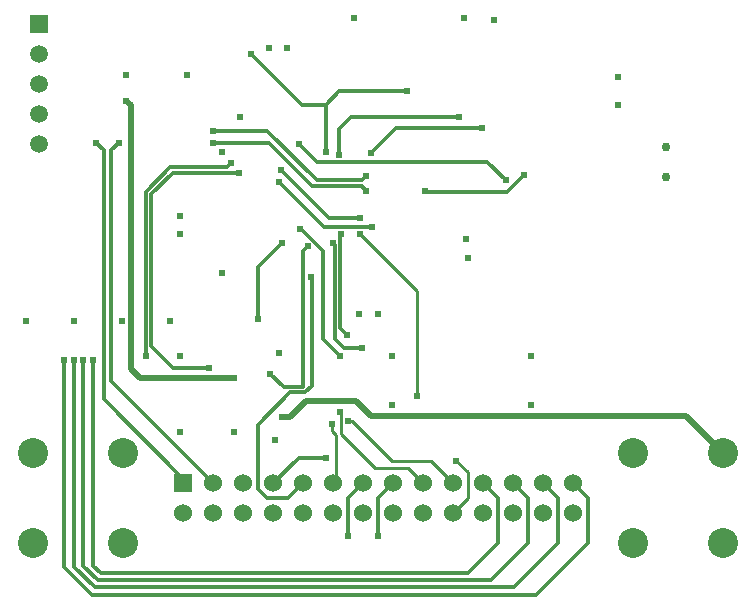
<source format=gbl>
%FSTAX23Y23*%
%MOIN*%
%SFA1B1*%

%IPPOS*%
%ADD26C,0.012000*%
%ADD27C,0.020000*%
%ADD29C,0.010000*%
%ADD31R,0.060000X0.060000*%
%ADD32C,0.060000*%
%ADD33C,0.100000*%
%ADD34R,0.059060X0.059060*%
%ADD35C,0.059060*%
%ADD36C,0.024000*%
%ADD37C,0.030000*%
%LNbot-1*%
%LPD*%
G54D26*
X01026Y01086D02*
X0103Y01082D01*
Y00724D02*
Y01082D01*
X01007Y00702D02*
X0103Y00724D01*
X00957Y00702D02*
X01007D01*
X0085Y00595D02*
X00957Y00702D01*
X0085Y0038D02*
Y00595D01*
Y0038D02*
X0088Y0035D01*
X0095*
X01Y004*
Y01174D02*
X01015Y0119D01*
X01Y0072D02*
Y01174D01*
X00935Y0072D02*
X01D01*
X0089Y00765D02*
X00935Y0072D01*
X00991Y01246D02*
X00993D01*
X01065Y01175*
X01614Y0147D02*
X01675Y01409D01*
X01405Y01375D02*
X0141Y0137D01*
X0168*
X01737Y01427*
X0125Y0035D02*
X013Y004D01*
X0125Y00225D02*
Y0035D01*
X0115D02*
X012Y004D01*
X0115Y00225D02*
Y0035D01*
X0036Y0074D02*
X007Y004D01*
X00336Y00679D02*
X006Y00415D01*
Y004D02*
Y00415D01*
X00985Y00485D02*
X01075D01*
X009Y004D02*
X00985Y00485D01*
X00204Y00119D02*
Y0081D01*
X00236Y00121D02*
Y0081D01*
X00268Y00123D02*
X00315Y00076D01*
X003Y00125D02*
X00325Y001D01*
X003Y00125D02*
Y0081D01*
X00268Y00123D02*
Y0081D01*
X016Y004D02*
X0165Y0035D01*
Y002D02*
Y0035D01*
X017Y004D02*
X0175Y0035D01*
Y002D02*
Y0035D01*
X019Y004D02*
X0195Y0035D01*
Y002D02*
Y0035D01*
X018Y004D02*
X0185Y0035D01*
Y002D02*
Y0035D01*
X00204Y00119D02*
X00295Y00028D01*
X00236Y00121D02*
X00305Y00052D01*
X01702*
X00315Y00076D02*
X01626D01*
X00295Y00028D02*
X01778D01*
X0195Y002*
X01702Y00052D02*
X0185Y002D01*
X01626Y00076D02*
X0175Y002D01*
X00325Y001D02*
X0155D01*
X0165Y002*
X0085Y0112D02*
X0093Y012D01*
X0085Y00946D02*
Y0112D01*
X00493Y00857D02*
Y01363D01*
X00565Y01435*
X00475Y00825D02*
Y0137D01*
X00557Y01453*
X00745*
X00493Y00857D02*
X00565Y00785D01*
X00685*
X00565Y01435D02*
D01*
X00785*
X00745Y01453D02*
X0076Y01468D01*
X00336Y00679D02*
Y0151D01*
X00311Y01535D02*
X00336Y0151D01*
X0036Y0074D02*
Y0151D01*
X00385Y01535*
X01195Y0141D02*
X0121Y01425D01*
X01195Y0139D02*
X0121Y01375D01*
X01225Y015D02*
X0131Y01585D01*
X01124Y00916D02*
Y01229D01*
X01125Y0123*
X011Y012D02*
X01106Y01194D01*
Y00879D02*
Y01194D01*
X01124Y00916D02*
X01145Y00895D01*
X01106Y00879D02*
X01135Y0085D01*
X01195*
X01065Y0088D02*
Y01175D01*
Y0088D02*
X01122Y00822D01*
X00985Y0153D02*
X01045Y0147D01*
X01614*
X01075Y01505D02*
Y0166D01*
X0112Y01495D02*
Y0158D01*
X00825Y0183D02*
X00995Y0166D01*
X01075*
X007Y01575D02*
X0088D01*
X01045Y0141*
X01195*
X007Y01535D02*
X00885D01*
X0103Y0139*
X01195*
X0092Y01405D02*
X0107Y01255D01*
X0123*
X00925Y01445D02*
X01085Y01285D01*
X0119*
X0131Y01585D02*
X01595D01*
X0112Y0158D02*
X0116Y0162D01*
X0152*
X01121Y01706D02*
X01348D01*
X01075Y0166D02*
X01121Y01706D01*
G54D27*
X01225Y00625D02*
X01365D01*
X01175Y00675D02*
X01225Y00625D01*
X00955Y0062D02*
X0101Y00675D01*
X0093Y0062D02*
X00955D01*
X01365Y00625D02*
X0186D01*
X00425Y0078D02*
Y0166D01*
X0041Y01675D02*
X00425Y0166D01*
X0186Y00625D02*
X02275D01*
X024Y005*
X00425Y0078D02*
X00455Y0075D01*
X0077*
X0101Y00675D02*
X01175D01*
G54D29*
X0115Y00606D02*
X01163D01*
X01295Y00475*
X0135Y0045D02*
X014Y004D01*
X0124Y0045D02*
X0135D01*
X01126Y00564D02*
X0124Y0045D01*
X01126Y00564D02*
Y00634D01*
X01122Y00637D02*
X01126Y00634D01*
X01425Y00475D02*
X015Y004D01*
X01295Y00475D02*
X01425D01*
X0111Y0041D02*
Y0056D01*
X01097Y00572D02*
X0111Y0056D01*
X01097Y00572D02*
Y00597D01*
X0138Y0069D02*
Y0104D01*
X0119Y0123D02*
X0138Y0104D01*
X0151Y00475D02*
X0155Y00436D01*
Y0035D02*
Y00436D01*
X015Y003D02*
X0155Y0035D01*
G54D31*
X006Y004D03*
G54D32*
X007Y003D03*
X008D03*
X009D03*
X01D03*
X011D03*
X012D03*
X013D03*
X014D03*
X015D03*
X016D03*
X017D03*
X018D03*
X019D03*
X006D03*
X007Y004D03*
X008D03*
X009D03*
X01D03*
X011D03*
X012D03*
X013D03*
X014D03*
X015D03*
X019D03*
X017D03*
X016D03*
X018D03*
G54D33*
X024Y005D03*
Y002D03*
X021Y005D03*
Y002D03*
X004Y005D03*
Y002D03*
X001Y005D03*
Y002D03*
G54D34*
X0012Y0193D03*
G54D35*
X0012Y0183D03*
Y0173D03*
Y0163D03*
Y0153D03*
G54D36*
X01535Y0195D03*
X01635Y01945D03*
X01026Y01086D03*
X01015Y0119D03*
X0089Y00765D03*
X00991Y01246D03*
X011Y012D03*
X01405Y01375D03*
X01737Y01427D03*
X0125Y00225D03*
X0115D03*
X01675Y01409D03*
X00385Y01535D03*
X00311D03*
X0115Y00606D03*
X003Y0081D03*
X00268D03*
X00204D03*
X00236D03*
X0092Y00835D03*
X0073Y011D03*
X0093Y012D03*
X0085Y00946D03*
X00075Y0094D03*
X00235D03*
X00395D03*
X00555D03*
X0093Y0062D03*
X0186Y00625D03*
X01365D03*
X01295Y0066D03*
X0077Y0057D03*
X0059D03*
X00948Y0185D03*
X0151Y00475D03*
X01075Y00485D03*
X01097Y00597D03*
X01122Y00637D03*
X00907Y00542D03*
X0176Y0066D03*
X0059Y0129D03*
Y0123D03*
X00475Y00825D03*
X00685Y00785D03*
X00785Y01435D03*
X0076Y01468D03*
X0041Y01675D03*
X00985Y0153D03*
X00885Y0185D03*
X00411Y01761D03*
X00613D03*
X007Y01535D03*
Y01575D03*
X0121Y01425D03*
Y01375D03*
X0125Y00965D03*
X01295Y00825D03*
X0176D03*
X0138Y0069D03*
X0119Y0123D03*
X01225Y015D03*
X0077Y0075D03*
X0073Y01505D03*
X01185Y00965D03*
X01125Y0123D03*
X01195Y0085D03*
X01145Y00895D03*
X01122Y00822D03*
X0205Y0166D03*
Y01755D03*
X01075Y01505D03*
X0112Y01495D03*
X0117Y0195D03*
X0079Y0162D03*
X00825Y0183D03*
X0059Y00825D03*
X0155Y0115D03*
X01542Y01212D03*
X0092Y01405D03*
X0123Y01255D03*
X00925Y01445D03*
X0119Y01285D03*
X01595Y01585D03*
X0152Y0162D03*
X01348Y01706D03*
G54D37*
X0221Y0142D03*
Y0152D03*
M02*
</source>
